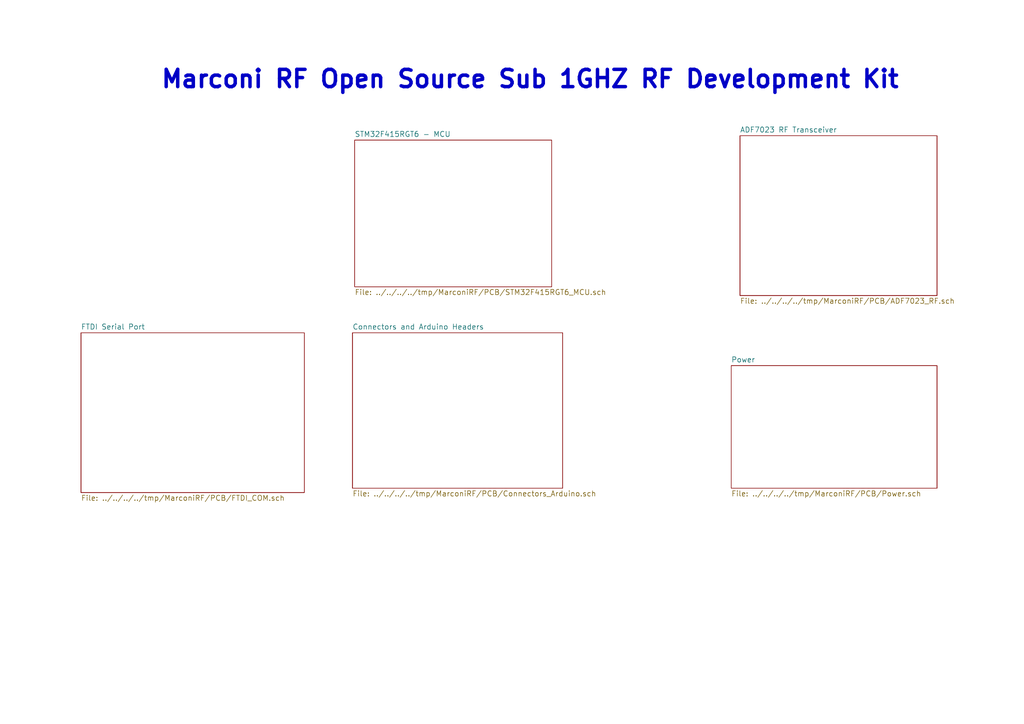
<source format=kicad_sch>
(kicad_sch (version 20230121) (generator eeschema)
  (paper "A4")
  (title_block (title "Marconi-RF") (date "2016-11-11") (rev "0.1a") (company "GhostPCB") (comment 1 "Engineered and Drawn By: Adam Vadala-Roth"))
  (lib_symbols)
  (text "Marconi RF Open Source Sub 1GHZ RF Development Kit" (at 46.355 26.035 0) (effects (font (size 5.0038 5.0038) (thickness 1.0008) bold) (justify left bottom)))
  (sheet (at 102.87 40.64) (size 57.15 42.545)
    (property "Sheetname" "STM32F415RGT6 - MCU" (at 102.87 39.8014 0) (effects (font (size 1.524 1.524)) (justify left bottom)))
    (property "Sheetfile" "../../../../tmp/MarconiRF/PCB/STM32F415RGT6_MCU.sch" (at 102.87 83.8712 0) (effects (font (size 1.524 1.524)) (justify left top)))
  )
  (sheet (at 212.09 106.045) (size 59.69 35.56)
    (property "Sheetname" "Power" (at 212.09 105.2064 0) (effects (font (size 1.524 1.524)) (justify left bottom)))
    (property "Sheetfile" "../../../../tmp/MarconiRF/PCB/Power.sch" (at 212.09 142.2912 0) (effects (font (size 1.524 1.524)) (justify left top)))
  )
  (sheet (at 214.63 39.37) (size 57.15 46.355)
    (property "Sheetname" "ADF7023 RF Transceiver" (at 214.63 38.5314 0) (effects (font (size 1.524 1.524)) (justify left bottom)))
    (property "Sheetfile" "../../../../tmp/MarconiRF/PCB/ADF7023_RF.sch" (at 214.63 86.4112 0) (effects (font (size 1.524 1.524)) (justify left top)))
  )
  (sheet (at 102.235 96.52) (size 60.96 45.085)
    (property "Sheetname" "Connectors and Arduino Headers" (at 102.235 95.6814 0) (effects (font (size 1.524 1.524)) (justify left bottom)))
    (property "Sheetfile" "../../../../tmp/MarconiRF/PCB/Connectors_Arduino.sch" (at 102.235 142.2912 0) (effects (font (size 1.524 1.524)) (justify left top)))
  )
  (sheet (at 23.495 96.52) (size 64.77 46.355)
    (property "Sheetname" "FTDI Serial Port" (at 23.495 95.6814 0) (effects (font (size 1.524 1.524)) (justify left bottom)))
    (property "Sheetfile" "../../../../tmp/MarconiRF/PCB/FTDI_COM.sch" (at 23.495 143.5612 0) (effects (font (size 1.524 1.524)) (justify left top)))
  )
)
</source>
